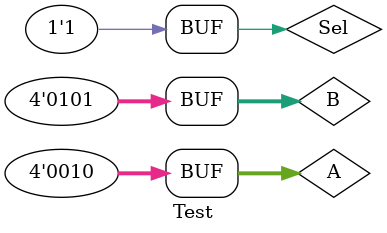
<source format=v>
`timescale 1ns / 1ps


module Test;

	// Inputs
	reg [3:0] A;
	reg [3:0] B;
	reg Sel;

	// Outputs
	wire [3:0] S;
	wire Cout;

	// Instantiate the Unit Under Test (UUT)
	four_bit_adder_subtractor uut (
		.S(S), 
		.Cout(Cout), 
		.A(A), 
		.B(B), 
		.Sel(Sel)
	);

	initial begin

		A = 4'b0010;
		B = 4'b1001;
		Sel = 0;
		#100;

		A = 4'b0110;
		B = 4'b1001;
		Sel = 0;
		#100;
		
		A = 4'b0110;
		B = 4'b1010;
		Sel = 0;
		#100;
		
		A = 4'b1110;
		B = 4'b1001;
		Sel = 1;
		#100;
		
		A = 4'b0110;
		B = 4'b1001;
		Sel = 1;
		#100;
		
		A = 4'b0010;
		B = 4'b1001;
		Sel = 1;
		#100;
        
	   A = 4'b0010;
		B = 4'b0001;
		Sel = 0;
		#100;
		
		A = 4'b0100;
		B = 4'b0001;
		Sel = 0;
		#100;
		
		A = 4'b0110;
		B = 4'b0001;
		Sel = 0;
		#100;
		
		A = 4'b0111;
		B = 4'b0010;
		Sel = 1;
		#100;
		
		A = 4'b0101;
		B = 4'b0010;
		Sel = 1;
		#100;
		
		A = 4'b0010;
		B = 4'b0101;
		Sel = 1;
		#100;

	end
      
endmodule


</source>
